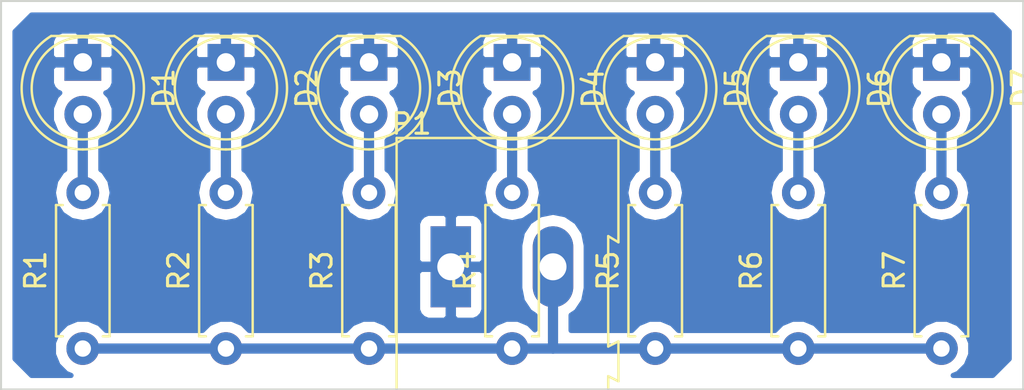
<source format=kicad_pcb>
(kicad_pcb (version 4) (host pcbnew 4.0.5)

  (general
    (links 21)
    (no_connects 0)
    (area 101.150001 82.300001 166.035 109.825)
    (thickness 1.6)
    (drawings 6)
    (tracks 23)
    (zones 0)
    (modules 15)
    (nets 10)
  )

  (page A4)
  (layers
    (0 F.Cu signal hide)
    (31 B.Cu signal)
    (32 B.Adhes user hide)
    (33 F.Adhes user hide)
    (34 B.Paste user hide)
    (35 F.Paste user hide)
    (36 B.SilkS user hide)
    (37 F.SilkS user)
    (38 B.Mask user hide)
    (39 F.Mask user hide)
    (40 Dwgs.User user hide)
    (41 Cmts.User user hide)
    (42 Eco1.User user hide)
    (43 Eco2.User user hide)
    (44 Edge.Cuts user)
    (45 Margin user hide)
    (46 B.CrtYd user hide)
    (47 F.CrtYd user hide)
    (48 B.Fab user hide)
    (49 F.Fab user hide)
  )

  (setup
    (last_trace_width 0.5)
    (trace_clearance 0.2)
    (zone_clearance 0.508)
    (zone_45_only no)
    (trace_min 0.2)
    (segment_width 0.2)
    (edge_width 0.1)
    (via_size 0.6)
    (via_drill 0.4)
    (via_min_size 0.4)
    (via_min_drill 0.3)
    (uvia_size 0.3)
    (uvia_drill 0.1)
    (uvias_allowed no)
    (uvia_min_size 0.2)
    (uvia_min_drill 0.1)
    (pcb_text_width 0.3)
    (pcb_text_size 1.5 1.5)
    (mod_edge_width 0.15)
    (mod_text_size 1 1)
    (mod_text_width 0.15)
    (pad_size 1.5 1.5)
    (pad_drill 0.6)
    (pad_to_mask_clearance 0)
    (aux_axis_origin 0 0)
    (visible_elements FFFFFF7F)
    (pcbplotparams
      (layerselection 0x21020_80000000)
      (usegerberextensions false)
      (excludeedgelayer true)
      (linewidth 0.100000)
      (plotframeref false)
      (viasonmask false)
      (mode 1)
      (useauxorigin false)
      (hpglpennumber 1)
      (hpglpenspeed 20)
      (hpglpendiameter 15)
      (hpglpenoverlay 2)
      (psnegative false)
      (psa4output false)
      (plotreference true)
      (plotvalue true)
      (plotinvisibletext false)
      (padsonsilk false)
      (subtractmaskfromsilk false)
      (outputformat 4)
      (mirror false)
      (drillshape 1)
      (scaleselection 1)
      (outputdirectory ""))
  )

  (net 0 "")
  (net 1 "Net-(D1-Pad1)")
  (net 2 "Net-(D1-Pad2)")
  (net 3 "Net-(D2-Pad2)")
  (net 4 "Net-(D3-Pad2)")
  (net 5 "Net-(D4-Pad2)")
  (net 6 "Net-(D5-Pad2)")
  (net 7 "Net-(D6-Pad2)")
  (net 8 "Net-(D7-Pad2)")
  (net 9 "Net-(P1-Pad2)")

  (net_class Default "This is the default net class."
    (clearance 0.2)
    (trace_width 0.5)
    (via_dia 0.6)
    (via_drill 0.4)
    (uvia_dia 0.3)
    (uvia_drill 0.1)
    (add_net "Net-(D1-Pad1)")
    (add_net "Net-(D1-Pad2)")
    (add_net "Net-(D2-Pad2)")
    (add_net "Net-(D3-Pad2)")
    (add_net "Net-(D4-Pad2)")
    (add_net "Net-(D5-Pad2)")
    (add_net "Net-(D6-Pad2)")
    (add_net "Net-(D7-Pad2)")
    (add_net "Net-(P1-Pad2)")
  )

  (module LEDs:LED_D5.0mm (layer F.Cu) (tedit 587A3A7B) (tstamp 58E43B88)
    (at 119 91 270)
    (descr "LED, diameter 5.0mm, 2 pins, http://cdn-reichelt.de/documents/datenblatt/A500/LL-504BC2E-009.pdf")
    (tags "LED diameter 5.0mm 2 pins")
    (path /58831F3F)
    (fp_text reference D1 (at 1.27 -3.96 270) (layer F.SilkS)
      (effects (font (size 1 1) (thickness 0.15)))
    )
    (fp_text value Test (at 1.27 3.96 270) (layer F.Fab)
      (effects (font (size 1 1) (thickness 0.15)))
    )
    (fp_arc (start 1.27 0) (end -1.23 -1.469694) (angle 299.1) (layer F.Fab) (width 0.1))
    (fp_arc (start 1.27 0) (end -1.29 -1.54483) (angle 148.9) (layer F.SilkS) (width 0.12))
    (fp_arc (start 1.27 0) (end -1.29 1.54483) (angle -148.9) (layer F.SilkS) (width 0.12))
    (fp_circle (center 1.27 0) (end 3.77 0) (layer F.Fab) (width 0.1))
    (fp_circle (center 1.27 0) (end 3.77 0) (layer F.SilkS) (width 0.12))
    (fp_line (start -1.23 -1.469694) (end -1.23 1.469694) (layer F.Fab) (width 0.1))
    (fp_line (start -1.29 -1.545) (end -1.29 1.545) (layer F.SilkS) (width 0.12))
    (fp_line (start -1.95 -3.25) (end -1.95 3.25) (layer F.CrtYd) (width 0.05))
    (fp_line (start -1.95 3.25) (end 4.5 3.25) (layer F.CrtYd) (width 0.05))
    (fp_line (start 4.5 3.25) (end 4.5 -3.25) (layer F.CrtYd) (width 0.05))
    (fp_line (start 4.5 -3.25) (end -1.95 -3.25) (layer F.CrtYd) (width 0.05))
    (pad 1 thru_hole rect (at 0 0 270) (size 1.8 1.8) (drill 0.9) (layers *.Cu *.Mask)
      (net 1 "Net-(D1-Pad1)"))
    (pad 2 thru_hole circle (at 2.54 0 270) (size 1.8 1.8) (drill 0.9) (layers *.Cu *.Mask)
      (net 2 "Net-(D1-Pad2)"))
    (model LEDs.3dshapes/LED_D5.0mm.wrl
      (at (xyz 0 0 0))
      (scale (xyz 0.393701 0.393701 0.393701))
      (rotate (xyz 0 0 0))
    )
  )

  (module LEDs:LED_D5.0mm (layer F.Cu) (tedit 587A3A7B) (tstamp 58E43B99)
    (at 126 91 270)
    (descr "LED, diameter 5.0mm, 2 pins, http://cdn-reichelt.de/documents/datenblatt/A500/LL-504BC2E-009.pdf")
    (tags "LED diameter 5.0mm 2 pins")
    (path /58E3B99B)
    (fp_text reference D2 (at 1.27 -3.96 270) (layer F.SilkS)
      (effects (font (size 1 1) (thickness 0.15)))
    )
    (fp_text value Test (at 1.27 3.96 270) (layer F.Fab)
      (effects (font (size 1 1) (thickness 0.15)))
    )
    (fp_arc (start 1.27 0) (end -1.23 -1.469694) (angle 299.1) (layer F.Fab) (width 0.1))
    (fp_arc (start 1.27 0) (end -1.29 -1.54483) (angle 148.9) (layer F.SilkS) (width 0.12))
    (fp_arc (start 1.27 0) (end -1.29 1.54483) (angle -148.9) (layer F.SilkS) (width 0.12))
    (fp_circle (center 1.27 0) (end 3.77 0) (layer F.Fab) (width 0.1))
    (fp_circle (center 1.27 0) (end 3.77 0) (layer F.SilkS) (width 0.12))
    (fp_line (start -1.23 -1.469694) (end -1.23 1.469694) (layer F.Fab) (width 0.1))
    (fp_line (start -1.29 -1.545) (end -1.29 1.545) (layer F.SilkS) (width 0.12))
    (fp_line (start -1.95 -3.25) (end -1.95 3.25) (layer F.CrtYd) (width 0.05))
    (fp_line (start -1.95 3.25) (end 4.5 3.25) (layer F.CrtYd) (width 0.05))
    (fp_line (start 4.5 3.25) (end 4.5 -3.25) (layer F.CrtYd) (width 0.05))
    (fp_line (start 4.5 -3.25) (end -1.95 -3.25) (layer F.CrtYd) (width 0.05))
    (pad 1 thru_hole rect (at 0 0 270) (size 1.8 1.8) (drill 0.9) (layers *.Cu *.Mask)
      (net 1 "Net-(D1-Pad1)"))
    (pad 2 thru_hole circle (at 2.54 0 270) (size 1.8 1.8) (drill 0.9) (layers *.Cu *.Mask)
      (net 3 "Net-(D2-Pad2)"))
    (model LEDs.3dshapes/LED_D5.0mm.wrl
      (at (xyz 0 0 0))
      (scale (xyz 0.393701 0.393701 0.393701))
      (rotate (xyz 0 0 0))
    )
  )

  (module LEDs:LED_D5.0mm (layer F.Cu) (tedit 587A3A7B) (tstamp 58E43BAA)
    (at 133 91 270)
    (descr "LED, diameter 5.0mm, 2 pins, http://cdn-reichelt.de/documents/datenblatt/A500/LL-504BC2E-009.pdf")
    (tags "LED diameter 5.0mm 2 pins")
    (path /58E3BE0F)
    (fp_text reference D3 (at 1.27 -3.96 270) (layer F.SilkS)
      (effects (font (size 1 1) (thickness 0.15)))
    )
    (fp_text value Test (at 1.27 3.96 270) (layer F.Fab)
      (effects (font (size 1 1) (thickness 0.15)))
    )
    (fp_arc (start 1.27 0) (end -1.23 -1.469694) (angle 299.1) (layer F.Fab) (width 0.1))
    (fp_arc (start 1.27 0) (end -1.29 -1.54483) (angle 148.9) (layer F.SilkS) (width 0.12))
    (fp_arc (start 1.27 0) (end -1.29 1.54483) (angle -148.9) (layer F.SilkS) (width 0.12))
    (fp_circle (center 1.27 0) (end 3.77 0) (layer F.Fab) (width 0.1))
    (fp_circle (center 1.27 0) (end 3.77 0) (layer F.SilkS) (width 0.12))
    (fp_line (start -1.23 -1.469694) (end -1.23 1.469694) (layer F.Fab) (width 0.1))
    (fp_line (start -1.29 -1.545) (end -1.29 1.545) (layer F.SilkS) (width 0.12))
    (fp_line (start -1.95 -3.25) (end -1.95 3.25) (layer F.CrtYd) (width 0.05))
    (fp_line (start -1.95 3.25) (end 4.5 3.25) (layer F.CrtYd) (width 0.05))
    (fp_line (start 4.5 3.25) (end 4.5 -3.25) (layer F.CrtYd) (width 0.05))
    (fp_line (start 4.5 -3.25) (end -1.95 -3.25) (layer F.CrtYd) (width 0.05))
    (pad 1 thru_hole rect (at 0 0 270) (size 1.8 1.8) (drill 0.9) (layers *.Cu *.Mask)
      (net 1 "Net-(D1-Pad1)"))
    (pad 2 thru_hole circle (at 2.54 0 270) (size 1.8 1.8) (drill 0.9) (layers *.Cu *.Mask)
      (net 4 "Net-(D3-Pad2)"))
    (model LEDs.3dshapes/LED_D5.0mm.wrl
      (at (xyz 0 0 0))
      (scale (xyz 0.393701 0.393701 0.393701))
      (rotate (xyz 0 0 0))
    )
  )

  (module LEDs:LED_D5.0mm (layer F.Cu) (tedit 587A3A7B) (tstamp 58E43BBB)
    (at 140 91 270)
    (descr "LED, diameter 5.0mm, 2 pins, http://cdn-reichelt.de/documents/datenblatt/A500/LL-504BC2E-009.pdf")
    (tags "LED diameter 5.0mm 2 pins")
    (path /58E3BE1C)
    (fp_text reference D4 (at 1.27 -3.96 270) (layer F.SilkS)
      (effects (font (size 1 1) (thickness 0.15)))
    )
    (fp_text value Test (at 1.27 3.96 270) (layer F.Fab)
      (effects (font (size 1 1) (thickness 0.15)))
    )
    (fp_arc (start 1.27 0) (end -1.23 -1.469694) (angle 299.1) (layer F.Fab) (width 0.1))
    (fp_arc (start 1.27 0) (end -1.29 -1.54483) (angle 148.9) (layer F.SilkS) (width 0.12))
    (fp_arc (start 1.27 0) (end -1.29 1.54483) (angle -148.9) (layer F.SilkS) (width 0.12))
    (fp_circle (center 1.27 0) (end 3.77 0) (layer F.Fab) (width 0.1))
    (fp_circle (center 1.27 0) (end 3.77 0) (layer F.SilkS) (width 0.12))
    (fp_line (start -1.23 -1.469694) (end -1.23 1.469694) (layer F.Fab) (width 0.1))
    (fp_line (start -1.29 -1.545) (end -1.29 1.545) (layer F.SilkS) (width 0.12))
    (fp_line (start -1.95 -3.25) (end -1.95 3.25) (layer F.CrtYd) (width 0.05))
    (fp_line (start -1.95 3.25) (end 4.5 3.25) (layer F.CrtYd) (width 0.05))
    (fp_line (start 4.5 3.25) (end 4.5 -3.25) (layer F.CrtYd) (width 0.05))
    (fp_line (start 4.5 -3.25) (end -1.95 -3.25) (layer F.CrtYd) (width 0.05))
    (pad 1 thru_hole rect (at 0 0 270) (size 1.8 1.8) (drill 0.9) (layers *.Cu *.Mask)
      (net 1 "Net-(D1-Pad1)"))
    (pad 2 thru_hole circle (at 2.54 0 270) (size 1.8 1.8) (drill 0.9) (layers *.Cu *.Mask)
      (net 5 "Net-(D4-Pad2)"))
    (model LEDs.3dshapes/LED_D5.0mm.wrl
      (at (xyz 0 0 0))
      (scale (xyz 0.393701 0.393701 0.393701))
      (rotate (xyz 0 0 0))
    )
  )

  (module LEDs:LED_D5.0mm (layer F.Cu) (tedit 587A3A7B) (tstamp 58E43BCC)
    (at 147 91 270)
    (descr "LED, diameter 5.0mm, 2 pins, http://cdn-reichelt.de/documents/datenblatt/A500/LL-504BC2E-009.pdf")
    (tags "LED diameter 5.0mm 2 pins")
    (path /58E3C31A)
    (fp_text reference D5 (at 1.27 -3.96 270) (layer F.SilkS)
      (effects (font (size 1 1) (thickness 0.15)))
    )
    (fp_text value Test (at 1.27 3.96 270) (layer F.Fab)
      (effects (font (size 1 1) (thickness 0.15)))
    )
    (fp_arc (start 1.27 0) (end -1.23 -1.469694) (angle 299.1) (layer F.Fab) (width 0.1))
    (fp_arc (start 1.27 0) (end -1.29 -1.54483) (angle 148.9) (layer F.SilkS) (width 0.12))
    (fp_arc (start 1.27 0) (end -1.29 1.54483) (angle -148.9) (layer F.SilkS) (width 0.12))
    (fp_circle (center 1.27 0) (end 3.77 0) (layer F.Fab) (width 0.1))
    (fp_circle (center 1.27 0) (end 3.77 0) (layer F.SilkS) (width 0.12))
    (fp_line (start -1.23 -1.469694) (end -1.23 1.469694) (layer F.Fab) (width 0.1))
    (fp_line (start -1.29 -1.545) (end -1.29 1.545) (layer F.SilkS) (width 0.12))
    (fp_line (start -1.95 -3.25) (end -1.95 3.25) (layer F.CrtYd) (width 0.05))
    (fp_line (start -1.95 3.25) (end 4.5 3.25) (layer F.CrtYd) (width 0.05))
    (fp_line (start 4.5 3.25) (end 4.5 -3.25) (layer F.CrtYd) (width 0.05))
    (fp_line (start 4.5 -3.25) (end -1.95 -3.25) (layer F.CrtYd) (width 0.05))
    (pad 1 thru_hole rect (at 0 0 270) (size 1.8 1.8) (drill 0.9) (layers *.Cu *.Mask)
      (net 1 "Net-(D1-Pad1)"))
    (pad 2 thru_hole circle (at 2.54 0 270) (size 1.8 1.8) (drill 0.9) (layers *.Cu *.Mask)
      (net 6 "Net-(D5-Pad2)"))
    (model LEDs.3dshapes/LED_D5.0mm.wrl
      (at (xyz 0 0 0))
      (scale (xyz 0.393701 0.393701 0.393701))
      (rotate (xyz 0 0 0))
    )
  )

  (module LEDs:LED_D5.0mm (layer F.Cu) (tedit 587A3A7B) (tstamp 58E43BDD)
    (at 154 91 270)
    (descr "LED, diameter 5.0mm, 2 pins, http://cdn-reichelt.de/documents/datenblatt/A500/LL-504BC2E-009.pdf")
    (tags "LED diameter 5.0mm 2 pins")
    (path /58E3C327)
    (fp_text reference D6 (at 1.27 -3.96 270) (layer F.SilkS)
      (effects (font (size 1 1) (thickness 0.15)))
    )
    (fp_text value Test (at 1.27 3.96 270) (layer F.Fab)
      (effects (font (size 1 1) (thickness 0.15)))
    )
    (fp_arc (start 1.27 0) (end -1.23 -1.469694) (angle 299.1) (layer F.Fab) (width 0.1))
    (fp_arc (start 1.27 0) (end -1.29 -1.54483) (angle 148.9) (layer F.SilkS) (width 0.12))
    (fp_arc (start 1.27 0) (end -1.29 1.54483) (angle -148.9) (layer F.SilkS) (width 0.12))
    (fp_circle (center 1.27 0) (end 3.77 0) (layer F.Fab) (width 0.1))
    (fp_circle (center 1.27 0) (end 3.77 0) (layer F.SilkS) (width 0.12))
    (fp_line (start -1.23 -1.469694) (end -1.23 1.469694) (layer F.Fab) (width 0.1))
    (fp_line (start -1.29 -1.545) (end -1.29 1.545) (layer F.SilkS) (width 0.12))
    (fp_line (start -1.95 -3.25) (end -1.95 3.25) (layer F.CrtYd) (width 0.05))
    (fp_line (start -1.95 3.25) (end 4.5 3.25) (layer F.CrtYd) (width 0.05))
    (fp_line (start 4.5 3.25) (end 4.5 -3.25) (layer F.CrtYd) (width 0.05))
    (fp_line (start 4.5 -3.25) (end -1.95 -3.25) (layer F.CrtYd) (width 0.05))
    (pad 1 thru_hole rect (at 0 0 270) (size 1.8 1.8) (drill 0.9) (layers *.Cu *.Mask)
      (net 1 "Net-(D1-Pad1)"))
    (pad 2 thru_hole circle (at 2.54 0 270) (size 1.8 1.8) (drill 0.9) (layers *.Cu *.Mask)
      (net 7 "Net-(D6-Pad2)"))
    (model LEDs.3dshapes/LED_D5.0mm.wrl
      (at (xyz 0 0 0))
      (scale (xyz 0.393701 0.393701 0.393701))
      (rotate (xyz 0 0 0))
    )
  )

  (module LEDs:LED_D5.0mm (layer F.Cu) (tedit 587A3A7B) (tstamp 58E43BEE)
    (at 161 91 270)
    (descr "LED, diameter 5.0mm, 2 pins, http://cdn-reichelt.de/documents/datenblatt/A500/LL-504BC2E-009.pdf")
    (tags "LED diameter 5.0mm 2 pins")
    (path /58E3C334)
    (fp_text reference D7 (at 1.27 -3.96 270) (layer F.SilkS)
      (effects (font (size 1 1) (thickness 0.15)))
    )
    (fp_text value Test (at 1.27 3.96 270) (layer F.Fab)
      (effects (font (size 1 1) (thickness 0.15)))
    )
    (fp_arc (start 1.27 0) (end -1.23 -1.469694) (angle 299.1) (layer F.Fab) (width 0.1))
    (fp_arc (start 1.27 0) (end -1.29 -1.54483) (angle 148.9) (layer F.SilkS) (width 0.12))
    (fp_arc (start 1.27 0) (end -1.29 1.54483) (angle -148.9) (layer F.SilkS) (width 0.12))
    (fp_circle (center 1.27 0) (end 3.77 0) (layer F.Fab) (width 0.1))
    (fp_circle (center 1.27 0) (end 3.77 0) (layer F.SilkS) (width 0.12))
    (fp_line (start -1.23 -1.469694) (end -1.23 1.469694) (layer F.Fab) (width 0.1))
    (fp_line (start -1.29 -1.545) (end -1.29 1.545) (layer F.SilkS) (width 0.12))
    (fp_line (start -1.95 -3.25) (end -1.95 3.25) (layer F.CrtYd) (width 0.05))
    (fp_line (start -1.95 3.25) (end 4.5 3.25) (layer F.CrtYd) (width 0.05))
    (fp_line (start 4.5 3.25) (end 4.5 -3.25) (layer F.CrtYd) (width 0.05))
    (fp_line (start 4.5 -3.25) (end -1.95 -3.25) (layer F.CrtYd) (width 0.05))
    (pad 1 thru_hole rect (at 0 0 270) (size 1.8 1.8) (drill 0.9) (layers *.Cu *.Mask)
      (net 1 "Net-(D1-Pad1)"))
    (pad 2 thru_hole circle (at 2.54 0 270) (size 1.8 1.8) (drill 0.9) (layers *.Cu *.Mask)
      (net 8 "Net-(D7-Pad2)"))
    (model LEDs.3dshapes/LED_D5.0mm.wrl
      (at (xyz 0 0 0))
      (scale (xyz 0.393701 0.393701 0.393701))
      (rotate (xyz 0 0 0))
    )
  )

  (module Connectors:AK300-2 (layer F.Cu) (tedit 587FD45E) (tstamp 58E43C54)
    (at 137 101)
    (descr CONNECTOR)
    (tags CONNECTOR)
    (path /5882DED5)
    (fp_text reference P1 (at -1.92 -6.99) (layer F.SilkS)
      (effects (font (size 1 1) (thickness 0.15)))
    )
    (fp_text value Bat (at 2.78 7.75) (layer F.Fab)
      (effects (font (size 1 1) (thickness 0.15)))
    )
    (fp_line (start -2.65 -6.3) (end -2.65 6.3) (layer F.SilkS) (width 0.12))
    (fp_line (start -2.65 6.3) (end 7.7 6.3) (layer F.SilkS) (width 0.12))
    (fp_line (start 7.7 6.3) (end 7.7 5.35) (layer F.SilkS) (width 0.12))
    (fp_line (start 7.7 5.35) (end 8.2 5.6) (layer F.SilkS) (width 0.12))
    (fp_line (start 8.2 5.6) (end 8.2 3.7) (layer F.SilkS) (width 0.12))
    (fp_line (start 8.2 3.7) (end 8.2 3.65) (layer F.SilkS) (width 0.12))
    (fp_line (start 8.2 3.65) (end 7.7 3.9) (layer F.SilkS) (width 0.12))
    (fp_line (start 7.7 3.9) (end 7.7 -1.5) (layer F.SilkS) (width 0.12))
    (fp_line (start 7.7 -1.5) (end 8.2 -1.2) (layer F.SilkS) (width 0.12))
    (fp_line (start 8.2 -1.2) (end 8.2 -6.3) (layer F.SilkS) (width 0.12))
    (fp_line (start 8.2 -6.3) (end -2.65 -6.3) (layer F.SilkS) (width 0.12))
    (fp_line (start 8.36 -6.47) (end -2.83 -6.47) (layer F.CrtYd) (width 0.05))
    (fp_line (start 8.36 6.47) (end 8.36 -6.47) (layer F.CrtYd) (width 0.05))
    (fp_line (start -2.83 6.47) (end 8.36 6.47) (layer F.CrtYd) (width 0.05))
    (fp_line (start -2.83 -6.47) (end -2.83 6.47) (layer F.CrtYd) (width 0.05))
    (fp_line (start -1.26 2.54) (end 1.28 2.54) (layer F.Fab) (width 0.1))
    (fp_line (start 1.28 2.54) (end 1.28 -0.25) (layer F.Fab) (width 0.1))
    (fp_line (start -1.26 -0.25) (end 1.28 -0.25) (layer F.Fab) (width 0.1))
    (fp_line (start -1.26 2.54) (end -1.26 -0.25) (layer F.Fab) (width 0.1))
    (fp_line (start 3.74 2.54) (end 6.28 2.54) (layer F.Fab) (width 0.1))
    (fp_line (start 6.28 2.54) (end 6.28 -0.25) (layer F.Fab) (width 0.1))
    (fp_line (start 3.74 -0.25) (end 6.28 -0.25) (layer F.Fab) (width 0.1))
    (fp_line (start 3.74 2.54) (end 3.74 -0.25) (layer F.Fab) (width 0.1))
    (fp_line (start 7.61 -6.22) (end 7.61 -3.17) (layer F.Fab) (width 0.1))
    (fp_line (start 7.61 -6.22) (end -2.58 -6.22) (layer F.Fab) (width 0.1))
    (fp_line (start 7.61 -6.22) (end 8.11 -6.22) (layer F.Fab) (width 0.1))
    (fp_line (start 8.11 -6.22) (end 8.11 -1.4) (layer F.Fab) (width 0.1))
    (fp_line (start 8.11 -1.4) (end 7.61 -1.65) (layer F.Fab) (width 0.1))
    (fp_line (start 8.11 5.46) (end 7.61 5.21) (layer F.Fab) (width 0.1))
    (fp_line (start 7.61 5.21) (end 7.61 6.22) (layer F.Fab) (width 0.1))
    (fp_line (start 8.11 3.81) (end 7.61 4.06) (layer F.Fab) (width 0.1))
    (fp_line (start 7.61 4.06) (end 7.61 5.21) (layer F.Fab) (width 0.1))
    (fp_line (start 8.11 3.81) (end 8.11 5.46) (layer F.Fab) (width 0.1))
    (fp_line (start 2.98 6.22) (end 2.98 4.32) (layer F.Fab) (width 0.1))
    (fp_line (start 7.05 -0.25) (end 7.05 4.32) (layer F.Fab) (width 0.1))
    (fp_line (start 2.98 6.22) (end 7.05 6.22) (layer F.Fab) (width 0.1))
    (fp_line (start 7.05 6.22) (end 7.61 6.22) (layer F.Fab) (width 0.1))
    (fp_line (start 2.04 6.22) (end 2.04 4.32) (layer F.Fab) (width 0.1))
    (fp_line (start 2.04 6.22) (end 2.98 6.22) (layer F.Fab) (width 0.1))
    (fp_line (start -2.02 -0.25) (end -2.02 4.32) (layer F.Fab) (width 0.1))
    (fp_line (start -2.58 6.22) (end -2.02 6.22) (layer F.Fab) (width 0.1))
    (fp_line (start -2.02 6.22) (end 2.04 6.22) (layer F.Fab) (width 0.1))
    (fp_line (start 2.98 4.32) (end 7.05 4.32) (layer F.Fab) (width 0.1))
    (fp_line (start 2.98 4.32) (end 2.98 -0.25) (layer F.Fab) (width 0.1))
    (fp_line (start 7.05 4.32) (end 7.05 6.22) (layer F.Fab) (width 0.1))
    (fp_line (start 2.04 4.32) (end -2.02 4.32) (layer F.Fab) (width 0.1))
    (fp_line (start 2.04 4.32) (end 2.04 -0.25) (layer F.Fab) (width 0.1))
    (fp_line (start -2.02 4.32) (end -2.02 6.22) (layer F.Fab) (width 0.1))
    (fp_line (start 6.67 3.68) (end 6.67 0.51) (layer F.Fab) (width 0.1))
    (fp_line (start 6.67 3.68) (end 3.36 3.68) (layer F.Fab) (width 0.1))
    (fp_line (start 3.36 3.68) (end 3.36 0.51) (layer F.Fab) (width 0.1))
    (fp_line (start 1.66 3.68) (end 1.66 0.51) (layer F.Fab) (width 0.1))
    (fp_line (start 1.66 3.68) (end -1.64 3.68) (layer F.Fab) (width 0.1))
    (fp_line (start -1.64 3.68) (end -1.64 0.51) (layer F.Fab) (width 0.1))
    (fp_line (start -1.64 0.51) (end -1.26 0.51) (layer F.Fab) (width 0.1))
    (fp_line (start 1.66 0.51) (end 1.28 0.51) (layer F.Fab) (width 0.1))
    (fp_line (start 3.36 0.51) (end 3.74 0.51) (layer F.Fab) (width 0.1))
    (fp_line (start 6.67 0.51) (end 6.28 0.51) (layer F.Fab) (width 0.1))
    (fp_line (start -2.58 6.22) (end -2.58 -0.64) (layer F.Fab) (width 0.1))
    (fp_line (start -2.58 -0.64) (end -2.58 -3.17) (layer F.Fab) (width 0.1))
    (fp_line (start 7.61 -1.65) (end 7.61 -0.64) (layer F.Fab) (width 0.1))
    (fp_line (start 7.61 -0.64) (end 7.61 4.06) (layer F.Fab) (width 0.1))
    (fp_line (start -2.58 -3.17) (end 7.61 -3.17) (layer F.Fab) (width 0.1))
    (fp_line (start -2.58 -3.17) (end -2.58 -6.22) (layer F.Fab) (width 0.1))
    (fp_line (start 7.61 -3.17) (end 7.61 -1.65) (layer F.Fab) (width 0.1))
    (fp_line (start 2.98 -3.43) (end 2.98 -5.97) (layer F.Fab) (width 0.1))
    (fp_line (start 2.98 -5.97) (end 7.05 -5.97) (layer F.Fab) (width 0.1))
    (fp_line (start 7.05 -5.97) (end 7.05 -3.43) (layer F.Fab) (width 0.1))
    (fp_line (start 7.05 -3.43) (end 2.98 -3.43) (layer F.Fab) (width 0.1))
    (fp_line (start 2.04 -3.43) (end 2.04 -5.97) (layer F.Fab) (width 0.1))
    (fp_line (start 2.04 -3.43) (end -2.02 -3.43) (layer F.Fab) (width 0.1))
    (fp_line (start -2.02 -3.43) (end -2.02 -5.97) (layer F.Fab) (width 0.1))
    (fp_line (start 2.04 -5.97) (end -2.02 -5.97) (layer F.Fab) (width 0.1))
    (fp_line (start 3.39 -4.45) (end 6.44 -5.08) (layer F.Fab) (width 0.1))
    (fp_line (start 3.52 -4.32) (end 6.56 -4.95) (layer F.Fab) (width 0.1))
    (fp_line (start -1.62 -4.45) (end 1.44 -5.08) (layer F.Fab) (width 0.1))
    (fp_line (start -1.49 -4.32) (end 1.56 -4.95) (layer F.Fab) (width 0.1))
    (fp_line (start -2.02 -0.25) (end -1.64 -0.25) (layer F.Fab) (width 0.1))
    (fp_line (start 2.04 -0.25) (end 1.66 -0.25) (layer F.Fab) (width 0.1))
    (fp_line (start 1.66 -0.25) (end -1.64 -0.25) (layer F.Fab) (width 0.1))
    (fp_line (start -2.58 -0.64) (end -1.64 -0.64) (layer F.Fab) (width 0.1))
    (fp_line (start -1.64 -0.64) (end 1.66 -0.64) (layer F.Fab) (width 0.1))
    (fp_line (start 1.66 -0.64) (end 3.36 -0.64) (layer F.Fab) (width 0.1))
    (fp_line (start 7.61 -0.64) (end 6.67 -0.64) (layer F.Fab) (width 0.1))
    (fp_line (start 6.67 -0.64) (end 3.36 -0.64) (layer F.Fab) (width 0.1))
    (fp_line (start 7.05 -0.25) (end 6.67 -0.25) (layer F.Fab) (width 0.1))
    (fp_line (start 2.98 -0.25) (end 3.36 -0.25) (layer F.Fab) (width 0.1))
    (fp_line (start 3.36 -0.25) (end 6.67 -0.25) (layer F.Fab) (width 0.1))
    (fp_arc (start 6.03 -4.59) (end 6.54 -5.05) (angle 90.5) (layer F.Fab) (width 0.1))
    (fp_arc (start 5.07 -6.07) (end 6.53 -4.12) (angle 75.5) (layer F.Fab) (width 0.1))
    (fp_arc (start 4.99 -3.71) (end 3.39 -5) (angle 100) (layer F.Fab) (width 0.1))
    (fp_arc (start 3.87 -4.65) (end 3.58 -4.13) (angle 104.2) (layer F.Fab) (width 0.1))
    (fp_arc (start 1.03 -4.59) (end 1.53 -5.05) (angle 90.5) (layer F.Fab) (width 0.1))
    (fp_arc (start 0.06 -6.07) (end 1.53 -4.12) (angle 75.5) (layer F.Fab) (width 0.1))
    (fp_arc (start -0.01 -3.71) (end -1.62 -5) (angle 100) (layer F.Fab) (width 0.1))
    (fp_arc (start -1.13 -4.65) (end -1.42 -4.13) (angle 104.2) (layer F.Fab) (width 0.1))
    (pad 1 thru_hole rect (at 0 0) (size 1.98 3.96) (drill 1.32) (layers *.Cu F.Paste F.Mask)
      (net 1 "Net-(D1-Pad1)"))
    (pad 2 thru_hole oval (at 5 0) (size 1.98 3.96) (drill 1.32) (layers *.Cu F.Paste F.Mask)
      (net 9 "Net-(P1-Pad2)"))
  )

  (module Resistors_THT:R_Axial_DIN0207_L6.3mm_D2.5mm_P7.62mm_Horizontal (layer F.Cu) (tedit 5874F706) (tstamp 58E43C6A)
    (at 119 105 90)
    (descr "Resistor, Axial_DIN0207 series, Axial, Horizontal, pin pitch=7.62mm, 0.25W = 1/4W, length*diameter=6.3*2.5mm^2, http://cdn-reichelt.de/documents/datenblatt/B400/1_4W%23YAG.pdf")
    (tags "Resistor Axial_DIN0207 series Axial Horizontal pin pitch 7.62mm 0.25W = 1/4W length 6.3mm diameter 2.5mm")
    (path /58831F38)
    (fp_text reference R1 (at 3.81 -2.31 90) (layer F.SilkS)
      (effects (font (size 1 1) (thickness 0.15)))
    )
    (fp_text value 1k (at 3.81 2.31 90) (layer F.Fab)
      (effects (font (size 1 1) (thickness 0.15)))
    )
    (fp_line (start 0.66 -1.25) (end 0.66 1.25) (layer F.Fab) (width 0.1))
    (fp_line (start 0.66 1.25) (end 6.96 1.25) (layer F.Fab) (width 0.1))
    (fp_line (start 6.96 1.25) (end 6.96 -1.25) (layer F.Fab) (width 0.1))
    (fp_line (start 6.96 -1.25) (end 0.66 -1.25) (layer F.Fab) (width 0.1))
    (fp_line (start 0 0) (end 0.66 0) (layer F.Fab) (width 0.1))
    (fp_line (start 7.62 0) (end 6.96 0) (layer F.Fab) (width 0.1))
    (fp_line (start 0.6 -0.98) (end 0.6 -1.31) (layer F.SilkS) (width 0.12))
    (fp_line (start 0.6 -1.31) (end 7.02 -1.31) (layer F.SilkS) (width 0.12))
    (fp_line (start 7.02 -1.31) (end 7.02 -0.98) (layer F.SilkS) (width 0.12))
    (fp_line (start 0.6 0.98) (end 0.6 1.31) (layer F.SilkS) (width 0.12))
    (fp_line (start 0.6 1.31) (end 7.02 1.31) (layer F.SilkS) (width 0.12))
    (fp_line (start 7.02 1.31) (end 7.02 0.98) (layer F.SilkS) (width 0.12))
    (fp_line (start -1.05 -1.6) (end -1.05 1.6) (layer F.CrtYd) (width 0.05))
    (fp_line (start -1.05 1.6) (end 8.7 1.6) (layer F.CrtYd) (width 0.05))
    (fp_line (start 8.7 1.6) (end 8.7 -1.6) (layer F.CrtYd) (width 0.05))
    (fp_line (start 8.7 -1.6) (end -1.05 -1.6) (layer F.CrtYd) (width 0.05))
    (pad 1 thru_hole circle (at 0 0 90) (size 1.6 1.6) (drill 0.8) (layers *.Cu *.Mask)
      (net 9 "Net-(P1-Pad2)"))
    (pad 2 thru_hole oval (at 7.62 0 90) (size 1.6 1.6) (drill 0.8) (layers *.Cu *.Mask)
      (net 2 "Net-(D1-Pad2)"))
    (model Resistors_THT.3dshapes/R_Axial_DIN0207_L6.3mm_D2.5mm_P7.62mm_Horizontal.wrl
      (at (xyz 0 0 0))
      (scale (xyz 0.393701 0.393701 0.393701))
      (rotate (xyz 0 0 0))
    )
  )

  (module Resistors_THT:R_Axial_DIN0207_L6.3mm_D2.5mm_P7.62mm_Horizontal (layer F.Cu) (tedit 5874F706) (tstamp 58E43C80)
    (at 126 105 90)
    (descr "Resistor, Axial_DIN0207 series, Axial, Horizontal, pin pitch=7.62mm, 0.25W = 1/4W, length*diameter=6.3*2.5mm^2, http://cdn-reichelt.de/documents/datenblatt/B400/1_4W%23YAG.pdf")
    (tags "Resistor Axial_DIN0207 series Axial Horizontal pin pitch 7.62mm 0.25W = 1/4W length 6.3mm diameter 2.5mm")
    (path /58E3B995)
    (fp_text reference R2 (at 3.81 -2.31 90) (layer F.SilkS)
      (effects (font (size 1 1) (thickness 0.15)))
    )
    (fp_text value 1k (at 3.81 2.31 90) (layer F.Fab)
      (effects (font (size 1 1) (thickness 0.15)))
    )
    (fp_line (start 0.66 -1.25) (end 0.66 1.25) (layer F.Fab) (width 0.1))
    (fp_line (start 0.66 1.25) (end 6.96 1.25) (layer F.Fab) (width 0.1))
    (fp_line (start 6.96 1.25) (end 6.96 -1.25) (layer F.Fab) (width 0.1))
    (fp_line (start 6.96 -1.25) (end 0.66 -1.25) (layer F.Fab) (width 0.1))
    (fp_line (start 0 0) (end 0.66 0) (layer F.Fab) (width 0.1))
    (fp_line (start 7.62 0) (end 6.96 0) (layer F.Fab) (width 0.1))
    (fp_line (start 0.6 -0.98) (end 0.6 -1.31) (layer F.SilkS) (width 0.12))
    (fp_line (start 0.6 -1.31) (end 7.02 -1.31) (layer F.SilkS) (width 0.12))
    (fp_line (start 7.02 -1.31) (end 7.02 -0.98) (layer F.SilkS) (width 0.12))
    (fp_line (start 0.6 0.98) (end 0.6 1.31) (layer F.SilkS) (width 0.12))
    (fp_line (start 0.6 1.31) (end 7.02 1.31) (layer F.SilkS) (width 0.12))
    (fp_line (start 7.02 1.31) (end 7.02 0.98) (layer F.SilkS) (width 0.12))
    (fp_line (start -1.05 -1.6) (end -1.05 1.6) (layer F.CrtYd) (width 0.05))
    (fp_line (start -1.05 1.6) (end 8.7 1.6) (layer F.CrtYd) (width 0.05))
    (fp_line (start 8.7 1.6) (end 8.7 -1.6) (layer F.CrtYd) (width 0.05))
    (fp_line (start 8.7 -1.6) (end -1.05 -1.6) (layer F.CrtYd) (width 0.05))
    (pad 1 thru_hole circle (at 0 0 90) (size 1.6 1.6) (drill 0.8) (layers *.Cu *.Mask)
      (net 9 "Net-(P1-Pad2)"))
    (pad 2 thru_hole oval (at 7.62 0 90) (size 1.6 1.6) (drill 0.8) (layers *.Cu *.Mask)
      (net 3 "Net-(D2-Pad2)"))
    (model Resistors_THT.3dshapes/R_Axial_DIN0207_L6.3mm_D2.5mm_P7.62mm_Horizontal.wrl
      (at (xyz 0 0 0))
      (scale (xyz 0.393701 0.393701 0.393701))
      (rotate (xyz 0 0 0))
    )
  )

  (module Resistors_THT:R_Axial_DIN0207_L6.3mm_D2.5mm_P7.62mm_Horizontal (layer F.Cu) (tedit 5874F706) (tstamp 58E43C96)
    (at 133 105 90)
    (descr "Resistor, Axial_DIN0207 series, Axial, Horizontal, pin pitch=7.62mm, 0.25W = 1/4W, length*diameter=6.3*2.5mm^2, http://cdn-reichelt.de/documents/datenblatt/B400/1_4W%23YAG.pdf")
    (tags "Resistor Axial_DIN0207 series Axial Horizontal pin pitch 7.62mm 0.25W = 1/4W length 6.3mm diameter 2.5mm")
    (path /58E3BE09)
    (fp_text reference R3 (at 3.81 -2.31 90) (layer F.SilkS)
      (effects (font (size 1 1) (thickness 0.15)))
    )
    (fp_text value 1k (at 3.81 2.31 90) (layer F.Fab)
      (effects (font (size 1 1) (thickness 0.15)))
    )
    (fp_line (start 0.66 -1.25) (end 0.66 1.25) (layer F.Fab) (width 0.1))
    (fp_line (start 0.66 1.25) (end 6.96 1.25) (layer F.Fab) (width 0.1))
    (fp_line (start 6.96 1.25) (end 6.96 -1.25) (layer F.Fab) (width 0.1))
    (fp_line (start 6.96 -1.25) (end 0.66 -1.25) (layer F.Fab) (width 0.1))
    (fp_line (start 0 0) (end 0.66 0) (layer F.Fab) (width 0.1))
    (fp_line (start 7.62 0) (end 6.96 0) (layer F.Fab) (width 0.1))
    (fp_line (start 0.6 -0.98) (end 0.6 -1.31) (layer F.SilkS) (width 0.12))
    (fp_line (start 0.6 -1.31) (end 7.02 -1.31) (layer F.SilkS) (width 0.12))
    (fp_line (start 7.02 -1.31) (end 7.02 -0.98) (layer F.SilkS) (width 0.12))
    (fp_line (start 0.6 0.98) (end 0.6 1.31) (layer F.SilkS) (width 0.12))
    (fp_line (start 0.6 1.31) (end 7.02 1.31) (layer F.SilkS) (width 0.12))
    (fp_line (start 7.02 1.31) (end 7.02 0.98) (layer F.SilkS) (width 0.12))
    (fp_line (start -1.05 -1.6) (end -1.05 1.6) (layer F.CrtYd) (width 0.05))
    (fp_line (start -1.05 1.6) (end 8.7 1.6) (layer F.CrtYd) (width 0.05))
    (fp_line (start 8.7 1.6) (end 8.7 -1.6) (layer F.CrtYd) (width 0.05))
    (fp_line (start 8.7 -1.6) (end -1.05 -1.6) (layer F.CrtYd) (width 0.05))
    (pad 1 thru_hole circle (at 0 0 90) (size 1.6 1.6) (drill 0.8) (layers *.Cu *.Mask)
      (net 9 "Net-(P1-Pad2)"))
    (pad 2 thru_hole oval (at 7.62 0 90) (size 1.6 1.6) (drill 0.8) (layers *.Cu *.Mask)
      (net 4 "Net-(D3-Pad2)"))
    (model Resistors_THT.3dshapes/R_Axial_DIN0207_L6.3mm_D2.5mm_P7.62mm_Horizontal.wrl
      (at (xyz 0 0 0))
      (scale (xyz 0.393701 0.393701 0.393701))
      (rotate (xyz 0 0 0))
    )
  )

  (module Resistors_THT:R_Axial_DIN0207_L6.3mm_D2.5mm_P7.62mm_Horizontal (layer F.Cu) (tedit 5874F706) (tstamp 58E43CAC)
    (at 140 105 90)
    (descr "Resistor, Axial_DIN0207 series, Axial, Horizontal, pin pitch=7.62mm, 0.25W = 1/4W, length*diameter=6.3*2.5mm^2, http://cdn-reichelt.de/documents/datenblatt/B400/1_4W%23YAG.pdf")
    (tags "Resistor Axial_DIN0207 series Axial Horizontal pin pitch 7.62mm 0.25W = 1/4W length 6.3mm diameter 2.5mm")
    (path /58E3BE16)
    (fp_text reference R4 (at 3.81 -2.31 90) (layer F.SilkS)
      (effects (font (size 1 1) (thickness 0.15)))
    )
    (fp_text value 1k (at 3.81 2.31 90) (layer F.Fab)
      (effects (font (size 1 1) (thickness 0.15)))
    )
    (fp_line (start 0.66 -1.25) (end 0.66 1.25) (layer F.Fab) (width 0.1))
    (fp_line (start 0.66 1.25) (end 6.96 1.25) (layer F.Fab) (width 0.1))
    (fp_line (start 6.96 1.25) (end 6.96 -1.25) (layer F.Fab) (width 0.1))
    (fp_line (start 6.96 -1.25) (end 0.66 -1.25) (layer F.Fab) (width 0.1))
    (fp_line (start 0 0) (end 0.66 0) (layer F.Fab) (width 0.1))
    (fp_line (start 7.62 0) (end 6.96 0) (layer F.Fab) (width 0.1))
    (fp_line (start 0.6 -0.98) (end 0.6 -1.31) (layer F.SilkS) (width 0.12))
    (fp_line (start 0.6 -1.31) (end 7.02 -1.31) (layer F.SilkS) (width 0.12))
    (fp_line (start 7.02 -1.31) (end 7.02 -0.98) (layer F.SilkS) (width 0.12))
    (fp_line (start 0.6 0.98) (end 0.6 1.31) (layer F.SilkS) (width 0.12))
    (fp_line (start 0.6 1.31) (end 7.02 1.31) (layer F.SilkS) (width 0.12))
    (fp_line (start 7.02 1.31) (end 7.02 0.98) (layer F.SilkS) (width 0.12))
    (fp_line (start -1.05 -1.6) (end -1.05 1.6) (layer F.CrtYd) (width 0.05))
    (fp_line (start -1.05 1.6) (end 8.7 1.6) (layer F.CrtYd) (width 0.05))
    (fp_line (start 8.7 1.6) (end 8.7 -1.6) (layer F.CrtYd) (width 0.05))
    (fp_line (start 8.7 -1.6) (end -1.05 -1.6) (layer F.CrtYd) (width 0.05))
    (pad 1 thru_hole circle (at 0 0 90) (size 1.6 1.6) (drill 0.8) (layers *.Cu *.Mask)
      (net 9 "Net-(P1-Pad2)"))
    (pad 2 thru_hole oval (at 7.62 0 90) (size 1.6 1.6) (drill 0.8) (layers *.Cu *.Mask)
      (net 5 "Net-(D4-Pad2)"))
    (model Resistors_THT.3dshapes/R_Axial_DIN0207_L6.3mm_D2.5mm_P7.62mm_Horizontal.wrl
      (at (xyz 0 0 0))
      (scale (xyz 0.393701 0.393701 0.393701))
      (rotate (xyz 0 0 0))
    )
  )

  (module Resistors_THT:R_Axial_DIN0207_L6.3mm_D2.5mm_P7.62mm_Horizontal (layer F.Cu) (tedit 5874F706) (tstamp 58E43CC2)
    (at 147 105 90)
    (descr "Resistor, Axial_DIN0207 series, Axial, Horizontal, pin pitch=7.62mm, 0.25W = 1/4W, length*diameter=6.3*2.5mm^2, http://cdn-reichelt.de/documents/datenblatt/B400/1_4W%23YAG.pdf")
    (tags "Resistor Axial_DIN0207 series Axial Horizontal pin pitch 7.62mm 0.25W = 1/4W length 6.3mm diameter 2.5mm")
    (path /58E3C314)
    (fp_text reference R5 (at 3.81 -2.31 90) (layer F.SilkS)
      (effects (font (size 1 1) (thickness 0.15)))
    )
    (fp_text value 1k (at 3.81 2.31 90) (layer F.Fab)
      (effects (font (size 1 1) (thickness 0.15)))
    )
    (fp_line (start 0.66 -1.25) (end 0.66 1.25) (layer F.Fab) (width 0.1))
    (fp_line (start 0.66 1.25) (end 6.96 1.25) (layer F.Fab) (width 0.1))
    (fp_line (start 6.96 1.25) (end 6.96 -1.25) (layer F.Fab) (width 0.1))
    (fp_line (start 6.96 -1.25) (end 0.66 -1.25) (layer F.Fab) (width 0.1))
    (fp_line (start 0 0) (end 0.66 0) (layer F.Fab) (width 0.1))
    (fp_line (start 7.62 0) (end 6.96 0) (layer F.Fab) (width 0.1))
    (fp_line (start 0.6 -0.98) (end 0.6 -1.31) (layer F.SilkS) (width 0.12))
    (fp_line (start 0.6 -1.31) (end 7.02 -1.31) (layer F.SilkS) (width 0.12))
    (fp_line (start 7.02 -1.31) (end 7.02 -0.98) (layer F.SilkS) (width 0.12))
    (fp_line (start 0.6 0.98) (end 0.6 1.31) (layer F.SilkS) (width 0.12))
    (fp_line (start 0.6 1.31) (end 7.02 1.31) (layer F.SilkS) (width 0.12))
    (fp_line (start 7.02 1.31) (end 7.02 0.98) (layer F.SilkS) (width 0.12))
    (fp_line (start -1.05 -1.6) (end -1.05 1.6) (layer F.CrtYd) (width 0.05))
    (fp_line (start -1.05 1.6) (end 8.7 1.6) (layer F.CrtYd) (width 0.05))
    (fp_line (start 8.7 1.6) (end 8.7 -1.6) (layer F.CrtYd) (width 0.05))
    (fp_line (start 8.7 -1.6) (end -1.05 -1.6) (layer F.CrtYd) (width 0.05))
    (pad 1 thru_hole circle (at 0 0 90) (size 1.6 1.6) (drill 0.8) (layers *.Cu *.Mask)
      (net 9 "Net-(P1-Pad2)"))
    (pad 2 thru_hole oval (at 7.62 0 90) (size 1.6 1.6) (drill 0.8) (layers *.Cu *.Mask)
      (net 6 "Net-(D5-Pad2)"))
    (model Resistors_THT.3dshapes/R_Axial_DIN0207_L6.3mm_D2.5mm_P7.62mm_Horizontal.wrl
      (at (xyz 0 0 0))
      (scale (xyz 0.393701 0.393701 0.393701))
      (rotate (xyz 0 0 0))
    )
  )

  (module Resistors_THT:R_Axial_DIN0207_L6.3mm_D2.5mm_P7.62mm_Horizontal (layer F.Cu) (tedit 5874F706) (tstamp 58E43CD8)
    (at 154 105 90)
    (descr "Resistor, Axial_DIN0207 series, Axial, Horizontal, pin pitch=7.62mm, 0.25W = 1/4W, length*diameter=6.3*2.5mm^2, http://cdn-reichelt.de/documents/datenblatt/B400/1_4W%23YAG.pdf")
    (tags "Resistor Axial_DIN0207 series Axial Horizontal pin pitch 7.62mm 0.25W = 1/4W length 6.3mm diameter 2.5mm")
    (path /58E3C321)
    (fp_text reference R6 (at 3.81 -2.31 90) (layer F.SilkS)
      (effects (font (size 1 1) (thickness 0.15)))
    )
    (fp_text value 1k (at 3.81 2.31 90) (layer F.Fab)
      (effects (font (size 1 1) (thickness 0.15)))
    )
    (fp_line (start 0.66 -1.25) (end 0.66 1.25) (layer F.Fab) (width 0.1))
    (fp_line (start 0.66 1.25) (end 6.96 1.25) (layer F.Fab) (width 0.1))
    (fp_line (start 6.96 1.25) (end 6.96 -1.25) (layer F.Fab) (width 0.1))
    (fp_line (start 6.96 -1.25) (end 0.66 -1.25) (layer F.Fab) (width 0.1))
    (fp_line (start 0 0) (end 0.66 0) (layer F.Fab) (width 0.1))
    (fp_line (start 7.62 0) (end 6.96 0) (layer F.Fab) (width 0.1))
    (fp_line (start 0.6 -0.98) (end 0.6 -1.31) (layer F.SilkS) (width 0.12))
    (fp_line (start 0.6 -1.31) (end 7.02 -1.31) (layer F.SilkS) (width 0.12))
    (fp_line (start 7.02 -1.31) (end 7.02 -0.98) (layer F.SilkS) (width 0.12))
    (fp_line (start 0.6 0.98) (end 0.6 1.31) (layer F.SilkS) (width 0.12))
    (fp_line (start 0.6 1.31) (end 7.02 1.31) (layer F.SilkS) (width 0.12))
    (fp_line (start 7.02 1.31) (end 7.02 0.98) (layer F.SilkS) (width 0.12))
    (fp_line (start -1.05 -1.6) (end -1.05 1.6) (layer F.CrtYd) (width 0.05))
    (fp_line (start -1.05 1.6) (end 8.7 1.6) (layer F.CrtYd) (width 0.05))
    (fp_line (start 8.7 1.6) (end 8.7 -1.6) (layer F.CrtYd) (width 0.05))
    (fp_line (start 8.7 -1.6) (end -1.05 -1.6) (layer F.CrtYd) (width 0.05))
    (pad 1 thru_hole circle (at 0 0 90) (size 1.6 1.6) (drill 0.8) (layers *.Cu *.Mask)
      (net 9 "Net-(P1-Pad2)"))
    (pad 2 thru_hole oval (at 7.62 0 90) (size 1.6 1.6) (drill 0.8) (layers *.Cu *.Mask)
      (net 7 "Net-(D6-Pad2)"))
    (model Resistors_THT.3dshapes/R_Axial_DIN0207_L6.3mm_D2.5mm_P7.62mm_Horizontal.wrl
      (at (xyz 0 0 0))
      (scale (xyz 0.393701 0.393701 0.393701))
      (rotate (xyz 0 0 0))
    )
  )

  (module Resistors_THT:R_Axial_DIN0207_L6.3mm_D2.5mm_P7.62mm_Horizontal (layer F.Cu) (tedit 5874F706) (tstamp 58E43CEE)
    (at 161 105 90)
    (descr "Resistor, Axial_DIN0207 series, Axial, Horizontal, pin pitch=7.62mm, 0.25W = 1/4W, length*diameter=6.3*2.5mm^2, http://cdn-reichelt.de/documents/datenblatt/B400/1_4W%23YAG.pdf")
    (tags "Resistor Axial_DIN0207 series Axial Horizontal pin pitch 7.62mm 0.25W = 1/4W length 6.3mm diameter 2.5mm")
    (path /58E3C32E)
    (fp_text reference R7 (at 3.81 -2.31 90) (layer F.SilkS)
      (effects (font (size 1 1) (thickness 0.15)))
    )
    (fp_text value 1k (at 3.81 2.31 90) (layer F.Fab)
      (effects (font (size 1 1) (thickness 0.15)))
    )
    (fp_line (start 0.66 -1.25) (end 0.66 1.25) (layer F.Fab) (width 0.1))
    (fp_line (start 0.66 1.25) (end 6.96 1.25) (layer F.Fab) (width 0.1))
    (fp_line (start 6.96 1.25) (end 6.96 -1.25) (layer F.Fab) (width 0.1))
    (fp_line (start 6.96 -1.25) (end 0.66 -1.25) (layer F.Fab) (width 0.1))
    (fp_line (start 0 0) (end 0.66 0) (layer F.Fab) (width 0.1))
    (fp_line (start 7.62 0) (end 6.96 0) (layer F.Fab) (width 0.1))
    (fp_line (start 0.6 -0.98) (end 0.6 -1.31) (layer F.SilkS) (width 0.12))
    (fp_line (start 0.6 -1.31) (end 7.02 -1.31) (layer F.SilkS) (width 0.12))
    (fp_line (start 7.02 -1.31) (end 7.02 -0.98) (layer F.SilkS) (width 0.12))
    (fp_line (start 0.6 0.98) (end 0.6 1.31) (layer F.SilkS) (width 0.12))
    (fp_line (start 0.6 1.31) (end 7.02 1.31) (layer F.SilkS) (width 0.12))
    (fp_line (start 7.02 1.31) (end 7.02 0.98) (layer F.SilkS) (width 0.12))
    (fp_line (start -1.05 -1.6) (end -1.05 1.6) (layer F.CrtYd) (width 0.05))
    (fp_line (start -1.05 1.6) (end 8.7 1.6) (layer F.CrtYd) (width 0.05))
    (fp_line (start 8.7 1.6) (end 8.7 -1.6) (layer F.CrtYd) (width 0.05))
    (fp_line (start 8.7 -1.6) (end -1.05 -1.6) (layer F.CrtYd) (width 0.05))
    (pad 1 thru_hole circle (at 0 0 90) (size 1.6 1.6) (drill 0.8) (layers *.Cu *.Mask)
      (net 9 "Net-(P1-Pad2)"))
    (pad 2 thru_hole oval (at 7.62 0 90) (size 1.6 1.6) (drill 0.8) (layers *.Cu *.Mask)
      (net 8 "Net-(D7-Pad2)"))
    (model Resistors_THT.3dshapes/R_Axial_DIN0207_L6.3mm_D2.5mm_P7.62mm_Horizontal.wrl
      (at (xyz 0 0 0))
      (scale (xyz 0.393701 0.393701 0.393701))
      (rotate (xyz 0 0 0))
    )
  )

  (dimension 19 (width 0.3) (layer F.Adhes)
    (gr_text "19.000 mm" (at 107.65 97.5 270) (layer F.Adhes)
      (effects (font (size 1.5 1.5) (thickness 0.3)))
    )
    (feature1 (pts (xy 115 107) (xy 106.3 107)))
    (feature2 (pts (xy 115 88) (xy 106.3 88)))
    (crossbar (pts (xy 109 88) (xy 109 107)))
    (arrow1a (pts (xy 109 107) (xy 108.413579 105.873496)))
    (arrow1b (pts (xy 109 107) (xy 109.586421 105.873496)))
    (arrow2a (pts (xy 109 88) (xy 108.413579 89.126504)))
    (arrow2b (pts (xy 109 88) (xy 109.586421 89.126504)))
  )
  (dimension 50 (width 0.3) (layer F.Adhes)
    (gr_text "50.000 mm" (at 140 83.650001) (layer F.Adhes)
      (effects (font (size 1.5 1.5) (thickness 0.3)))
    )
    (feature1 (pts (xy 115 88) (xy 115 82.300001)))
    (feature2 (pts (xy 165 88) (xy 165 82.300001)))
    (crossbar (pts (xy 165 85.000001) (xy 115 85.000001)))
    (arrow1a (pts (xy 115 85.000001) (xy 116.126504 84.41358)))
    (arrow1b (pts (xy 115 85.000001) (xy 116.126504 85.586422)))
    (arrow2a (pts (xy 165 85.000001) (xy 163.873496 84.41358)))
    (arrow2b (pts (xy 165 85.000001) (xy 163.873496 85.586422)))
  )
  (gr_line (start 115 107) (end 115 88) (angle 90) (layer Edge.Cuts) (width 0.1))
  (gr_line (start 165 107) (end 115 107) (angle 90) (layer Edge.Cuts) (width 0.1))
  (gr_line (start 165 88) (end 165 107) (angle 90) (layer Edge.Cuts) (width 0.1))
  (gr_line (start 115 88) (end 165 88) (angle 90) (layer Edge.Cuts) (width 0.1))

  (segment (start 137 101) (end 137 91) (width 0.5) (layer B.Cu) (net 1))
  (segment (start 119 91) (end 126 91) (width 0.5) (layer B.Cu) (net 1))
  (segment (start 126 91) (end 133 91) (width 0.5) (layer B.Cu) (net 1) (tstamp 58E443CF))
  (segment (start 133 91) (end 137 91) (width 0.5) (layer B.Cu) (net 1) (tstamp 58E443D0))
  (segment (start 137 91) (end 140 91) (width 0.5) (layer B.Cu) (net 1) (tstamp 58E44448))
  (segment (start 140 91) (end 147 91) (width 0.5) (layer B.Cu) (net 1) (tstamp 58E443D1))
  (segment (start 147 91) (end 154 91) (width 0.5) (layer B.Cu) (net 1) (tstamp 58E443D3))
  (segment (start 154 91) (end 161 91) (width 0.5) (layer B.Cu) (net 1) (tstamp 58E443D4))
  (segment (start 119 97.38) (end 119 93.54) (width 0.5) (layer B.Cu) (net 2))
  (segment (start 126 97.38) (end 126 93.54) (width 0.5) (layer B.Cu) (net 3))
  (segment (start 133 97.38) (end 133 93.54) (width 0.5) (layer B.Cu) (net 4))
  (segment (start 140 97.38) (end 140 93.54) (width 0.5) (layer B.Cu) (net 5))
  (segment (start 147 97.38) (end 147 93.54) (width 0.5) (layer B.Cu) (net 6))
  (segment (start 154 97.38) (end 154 93.54) (width 0.5) (layer B.Cu) (net 7))
  (segment (start 161 97.38) (end 161 93.54) (width 0.5) (layer B.Cu) (net 8))
  (segment (start 142 101) (end 142 105) (width 0.5) (layer B.Cu) (net 9))
  (segment (start 142 105) (end 147 105) (width 0.5) (layer B.Cu) (net 9) (tstamp 58E44405))
  (segment (start 119 105) (end 126 105) (width 0.5) (layer B.Cu) (net 9))
  (segment (start 126 105) (end 133 105) (width 0.5) (layer B.Cu) (net 9) (tstamp 58E443C2))
  (segment (start 133 105) (end 140 105) (width 0.5) (layer B.Cu) (net 9) (tstamp 58E443C3))
  (segment (start 140 105) (end 142 105) (width 0.5) (layer B.Cu) (net 9) (tstamp 58E443C4))
  (segment (start 147 105) (end 154 105) (width 0.5) (layer B.Cu) (net 9) (tstamp 58E443C6))
  (segment (start 154 105) (end 161 105) (width 0.5) (layer B.Cu) (net 9) (tstamp 58E443C7))

  (zone (net 1) (net_name "Net-(D1-Pad1)") (layer B.Cu) (tstamp 58E44630) (hatch edge 0.508)
    (connect_pads (clearance 0.508))
    (min_thickness 0.254)
    (fill yes (arc_segments 16) (thermal_gap 0.508) (thermal_bridge_width 0.508) (smoothing chamfer) (radius 2))
    (polygon
      (pts
        (xy 165 107) (xy 115 107) (xy 115 88) (xy 165 88)
      )
    )
    (filled_polygon
      (pts
        (xy 164.315 89.494606) (xy 164.315 105.505394) (xy 163.505394 106.315) (xy 161.57521 106.315) (xy 161.8118 106.217243)
        (xy 162.215824 105.813923) (xy 162.43475 105.286691) (xy 162.435248 104.715813) (xy 162.217243 104.1882) (xy 161.813923 103.784176)
        (xy 161.286691 103.56525) (xy 160.715813 103.564752) (xy 160.1882 103.782757) (xy 159.855377 104.115) (xy 155.144171 104.115)
        (xy 154.813923 103.784176) (xy 154.286691 103.56525) (xy 153.715813 103.564752) (xy 153.1882 103.782757) (xy 152.855377 104.115)
        (xy 148.144171 104.115) (xy 147.813923 103.784176) (xy 147.286691 103.56525) (xy 146.715813 103.564752) (xy 146.1882 103.782757)
        (xy 145.855377 104.115) (xy 142.885 104.115) (xy 142.885 103.366712) (xy 143.149049 103.19028) (xy 143.501304 102.663092)
        (xy 143.625 102.041231) (xy 143.625 99.958769) (xy 143.501304 99.336908) (xy 143.149049 98.80972) (xy 142.621861 98.457465)
        (xy 142 98.333769) (xy 141.378139 98.457465) (xy 140.850951 98.80972) (xy 140.498696 99.336908) (xy 140.375 99.958769)
        (xy 140.375 102.041231) (xy 140.498696 102.663092) (xy 140.850951 103.19028) (xy 141.115 103.366712) (xy 141.115 104.085779)
        (xy 140.813923 103.784176) (xy 140.286691 103.56525) (xy 139.715813 103.564752) (xy 139.1882 103.782757) (xy 138.855377 104.115)
        (xy 134.144171 104.115) (xy 133.813923 103.784176) (xy 133.286691 103.56525) (xy 132.715813 103.564752) (xy 132.1882 103.782757)
        (xy 131.855377 104.115) (xy 127.144171 104.115) (xy 126.813923 103.784176) (xy 126.286691 103.56525) (xy 125.715813 103.564752)
        (xy 125.1882 103.782757) (xy 124.855377 104.115) (xy 120.144171 104.115) (xy 119.813923 103.784176) (xy 119.286691 103.56525)
        (xy 118.715813 103.564752) (xy 118.1882 103.782757) (xy 117.784176 104.186077) (xy 117.56525 104.713309) (xy 117.564752 105.284187)
        (xy 117.782757 105.8118) (xy 118.186077 106.215824) (xy 118.424919 106.315) (xy 116.494606 106.315) (xy 115.685 105.505394)
        (xy 115.685 101.28575) (xy 135.375 101.28575) (xy 135.375 103.10631) (xy 135.471673 103.339699) (xy 135.650302 103.518327)
        (xy 135.883691 103.615) (xy 136.71425 103.615) (xy 136.873 103.45625) (xy 136.873 101.127) (xy 137.127 101.127)
        (xy 137.127 103.45625) (xy 137.28575 103.615) (xy 138.116309 103.615) (xy 138.349698 103.518327) (xy 138.528327 103.339699)
        (xy 138.625 103.10631) (xy 138.625 101.28575) (xy 138.46625 101.127) (xy 137.127 101.127) (xy 136.873 101.127)
        (xy 135.53375 101.127) (xy 135.375 101.28575) (xy 115.685 101.28575) (xy 115.685 98.89369) (xy 135.375 98.89369)
        (xy 135.375 100.71425) (xy 135.53375 100.873) (xy 136.873 100.873) (xy 136.873 98.54375) (xy 137.127 98.54375)
        (xy 137.127 100.873) (xy 138.46625 100.873) (xy 138.625 100.71425) (xy 138.625 98.89369) (xy 138.528327 98.660301)
        (xy 138.349698 98.481673) (xy 138.116309 98.385) (xy 137.28575 98.385) (xy 137.127 98.54375) (xy 136.873 98.54375)
        (xy 136.71425 98.385) (xy 135.883691 98.385) (xy 135.650302 98.481673) (xy 135.471673 98.660301) (xy 135.375 98.89369)
        (xy 115.685 98.89369) (xy 115.685 93.843991) (xy 117.464735 93.843991) (xy 117.697932 94.408371) (xy 118.115 94.826169)
        (xy 118.115 96.250527) (xy 117.985302 96.337189) (xy 117.674233 96.802736) (xy 117.565 97.351887) (xy 117.565 97.408113)
        (xy 117.674233 97.957264) (xy 117.985302 98.422811) (xy 118.450849 98.73388) (xy 119 98.843113) (xy 119.549151 98.73388)
        (xy 120.014698 98.422811) (xy 120.325767 97.957264) (xy 120.435 97.408113) (xy 120.435 97.351887) (xy 120.325767 96.802736)
        (xy 120.014698 96.337189) (xy 119.885 96.250527) (xy 119.885 94.825468) (xy 120.300551 94.410643) (xy 120.534733 93.84667)
        (xy 120.534735 93.843991) (xy 124.464735 93.843991) (xy 124.697932 94.408371) (xy 125.115 94.826169) (xy 125.115 96.250527)
        (xy 124.985302 96.337189) (xy 124.674233 96.802736) (xy 124.565 97.351887) (xy 124.565 97.408113) (xy 124.674233 97.957264)
        (xy 124.985302 98.422811) (xy 125.450849 98.73388) (xy 126 98.843113) (xy 126.549151 98.73388) (xy 127.014698 98.422811)
        (xy 127.325767 97.957264) (xy 127.435 97.408113) (xy 127.435 97.351887) (xy 127.325767 96.802736) (xy 127.014698 96.337189)
        (xy 126.885 96.250527) (xy 126.885 94.825468) (xy 127.300551 94.410643) (xy 127.534733 93.84667) (xy 127.534735 93.843991)
        (xy 131.464735 93.843991) (xy 131.697932 94.408371) (xy 132.115 94.826169) (xy 132.115 96.250527) (xy 131.985302 96.337189)
        (xy 131.674233 96.802736) (xy 131.565 97.351887) (xy 131.565 97.408113) (xy 131.674233 97.957264) (xy 131.985302 98.422811)
        (xy 132.450849 98.73388) (xy 133 98.843113) (xy 133.549151 98.73388) (xy 134.014698 98.422811) (xy 134.325767 97.957264)
        (xy 134.435 97.408113) (xy 134.435 97.351887) (xy 134.325767 96.802736) (xy 134.014698 96.337189) (xy 133.885 96.250527)
        (xy 133.885 94.825468) (xy 134.300551 94.410643) (xy 134.534733 93.84667) (xy 134.534735 93.843991) (xy 138.464735 93.843991)
        (xy 138.697932 94.408371) (xy 139.115 94.826169) (xy 139.115 96.250527) (xy 138.985302 96.337189) (xy 138.674233 96.802736)
        (xy 138.565 97.351887) (xy 138.565 97.408113) (xy 138.674233 97.957264) (xy 138.985302 98.422811) (xy 139.450849 98.73388)
        (xy 140 98.843113) (xy 140.549151 98.73388) (xy 141.014698 98.422811) (xy 141.325767 97.957264) (xy 141.435 97.408113)
        (xy 141.435 97.351887) (xy 141.325767 96.802736) (xy 141.014698 96.337189) (xy 140.885 96.250527) (xy 140.885 94.825468)
        (xy 141.300551 94.410643) (xy 141.534733 93.84667) (xy 141.534735 93.843991) (xy 145.464735 93.843991) (xy 145.697932 94.408371)
        (xy 146.115 94.826169) (xy 146.115 96.250527) (xy 145.985302 96.337189) (xy 145.674233 96.802736) (xy 145.565 97.351887)
        (xy 145.565 97.408113) (xy 145.674233 97.957264) (xy 145.985302 98.422811) (xy 146.450849 98.73388) (xy 147 98.843113)
        (xy 147.549151 98.73388) (xy 148.014698 98.422811) (xy 148.325767 97.957264) (xy 148.435 97.408113) (xy 148.435 97.351887)
        (xy 148.325767 96.802736) (xy 148.014698 96.337189) (xy 147.885 96.250527) (xy 147.885 94.825468) (xy 148.300551 94.410643)
        (xy 148.534733 93.84667) (xy 148.534735 93.843991) (xy 152.464735 93.843991) (xy 152.697932 94.408371) (xy 153.115 94.826169)
        (xy 153.115 96.250527) (xy 152.985302 96.337189) (xy 152.674233 96.802736) (xy 152.565 97.351887) (xy 152.565 97.408113)
        (xy 152.674233 97.957264) (xy 152.985302 98.422811) (xy 153.450849 98.73388) (xy 154 98.843113) (xy 154.549151 98.73388)
        (xy 155.014698 98.422811) (xy 155.325767 97.957264) (xy 155.435 97.408113) (xy 155.435 97.351887) (xy 155.325767 96.802736)
        (xy 155.014698 96.337189) (xy 154.885 96.250527) (xy 154.885 94.825468) (xy 155.300551 94.410643) (xy 155.534733 93.84667)
        (xy 155.534735 93.843991) (xy 159.464735 93.843991) (xy 159.697932 94.408371) (xy 160.115 94.826169) (xy 160.115 96.250527)
        (xy 159.985302 96.337189) (xy 159.674233 96.802736) (xy 159.565 97.351887) (xy 159.565 97.408113) (xy 159.674233 97.957264)
        (xy 159.985302 98.422811) (xy 160.450849 98.73388) (xy 161 98.843113) (xy 161.549151 98.73388) (xy 162.014698 98.422811)
        (xy 162.325767 97.957264) (xy 162.435 97.408113) (xy 162.435 97.351887) (xy 162.325767 96.802736) (xy 162.014698 96.337189)
        (xy 161.885 96.250527) (xy 161.885 94.825468) (xy 162.300551 94.410643) (xy 162.534733 93.84667) (xy 162.535265 93.236009)
        (xy 162.302068 92.671629) (xy 162.124908 92.494159) (xy 162.259699 92.438327) (xy 162.438327 92.259698) (xy 162.535 92.026309)
        (xy 162.535 91.28575) (xy 162.37625 91.127) (xy 161.127 91.127) (xy 161.127 91.147) (xy 160.873 91.147)
        (xy 160.873 91.127) (xy 159.62375 91.127) (xy 159.465 91.28575) (xy 159.465 92.026309) (xy 159.561673 92.259698)
        (xy 159.740301 92.438327) (xy 159.874994 92.494119) (xy 159.699449 92.669357) (xy 159.465267 93.23333) (xy 159.464735 93.843991)
        (xy 155.534735 93.843991) (xy 155.535265 93.236009) (xy 155.302068 92.671629) (xy 155.124908 92.494159) (xy 155.259699 92.438327)
        (xy 155.438327 92.259698) (xy 155.535 92.026309) (xy 155.535 91.28575) (xy 155.37625 91.127) (xy 154.127 91.127)
        (xy 154.127 91.147) (xy 153.873 91.147) (xy 153.873 91.127) (xy 152.62375 91.127) (xy 152.465 91.28575)
        (xy 152.465 92.026309) (xy 152.561673 92.259698) (xy 152.740301 92.438327) (xy 152.874994 92.494119) (xy 152.699449 92.669357)
        (xy 152.465267 93.23333) (xy 152.464735 93.843991) (xy 148.534735 93.843991) (xy 148.535265 93.236009) (xy 148.302068 92.671629)
        (xy 148.124908 92.494159) (xy 148.259699 92.438327) (xy 148.438327 92.259698) (xy 148.535 92.026309) (xy 148.535 91.28575)
        (xy 148.37625 91.127) (xy 147.127 91.127) (xy 147.127 91.147) (xy 146.873 91.147) (xy 146.873 91.127)
        (xy 145.62375 91.127) (xy 145.465 91.28575) (xy 145.465 92.026309) (xy 145.561673 92.259698) (xy 145.740301 92.438327)
        (xy 145.874994 92.494119) (xy 145.699449 92.669357) (xy 145.465267 93.23333) (xy 145.464735 93.843991) (xy 141.534735 93.843991)
        (xy 141.535265 93.236009) (xy 141.302068 92.671629) (xy 141.124908 92.494159) (xy 141.259699 92.438327) (xy 141.438327 92.259698)
        (xy 141.535 92.026309) (xy 141.535 91.28575) (xy 141.37625 91.127) (xy 140.127 91.127) (xy 140.127 91.147)
        (xy 139.873 91.147) (xy 139.873 91.127) (xy 138.62375 91.127) (xy 138.465 91.28575) (xy 138.465 92.026309)
        (xy 138.561673 92.259698) (xy 138.740301 92.438327) (xy 138.874994 92.494119) (xy 138.699449 92.669357) (xy 138.465267 93.23333)
        (xy 138.464735 93.843991) (xy 134.534735 93.843991) (xy 134.535265 93.236009) (xy 134.302068 92.671629) (xy 134.124908 92.494159)
        (xy 134.259699 92.438327) (xy 134.438327 92.259698) (xy 134.535 92.026309) (xy 134.535 91.28575) (xy 134.37625 91.127)
        (xy 133.127 91.127) (xy 133.127 91.147) (xy 132.873 91.147) (xy 132.873 91.127) (xy 131.62375 91.127)
        (xy 131.465 91.28575) (xy 131.465 92.026309) (xy 131.561673 92.259698) (xy 131.740301 92.438327) (xy 131.874994 92.494119)
        (xy 131.699449 92.669357) (xy 131.465267 93.23333) (xy 131.464735 93.843991) (xy 127.534735 93.843991) (xy 127.535265 93.236009)
        (xy 127.302068 92.671629) (xy 127.124908 92.494159) (xy 127.259699 92.438327) (xy 127.438327 92.259698) (xy 127.535 92.026309)
        (xy 127.535 91.28575) (xy 127.37625 91.127) (xy 126.127 91.127) (xy 126.127 91.147) (xy 125.873 91.147)
        (xy 125.873 91.127) (xy 124.62375 91.127) (xy 124.465 91.28575) (xy 124.465 92.026309) (xy 124.561673 92.259698)
        (xy 124.740301 92.438327) (xy 124.874994 92.494119) (xy 124.699449 92.669357) (xy 124.465267 93.23333) (xy 124.464735 93.843991)
        (xy 120.534735 93.843991) (xy 120.535265 93.236009) (xy 120.302068 92.671629) (xy 120.124908 92.494159) (xy 120.259699 92.438327)
        (xy 120.438327 92.259698) (xy 120.535 92.026309) (xy 120.535 91.28575) (xy 120.37625 91.127) (xy 119.127 91.127)
        (xy 119.127 91.147) (xy 118.873 91.147) (xy 118.873 91.127) (xy 117.62375 91.127) (xy 117.465 91.28575)
        (xy 117.465 92.026309) (xy 117.561673 92.259698) (xy 117.740301 92.438327) (xy 117.874994 92.494119) (xy 117.699449 92.669357)
        (xy 117.465267 93.23333) (xy 117.464735 93.843991) (xy 115.685 93.843991) (xy 115.685 89.973691) (xy 117.465 89.973691)
        (xy 117.465 90.71425) (xy 117.62375 90.873) (xy 118.873 90.873) (xy 118.873 89.62375) (xy 119.127 89.62375)
        (xy 119.127 90.873) (xy 120.37625 90.873) (xy 120.535 90.71425) (xy 120.535 89.973691) (xy 124.465 89.973691)
        (xy 124.465 90.71425) (xy 124.62375 90.873) (xy 125.873 90.873) (xy 125.873 89.62375) (xy 126.127 89.62375)
        (xy 126.127 90.873) (xy 127.37625 90.873) (xy 127.535 90.71425) (xy 127.535 89.973691) (xy 131.465 89.973691)
        (xy 131.465 90.71425) (xy 131.62375 90.873) (xy 132.873 90.873) (xy 132.873 89.62375) (xy 133.127 89.62375)
        (xy 133.127 90.873) (xy 134.37625 90.873) (xy 134.535 90.71425) (xy 134.535 89.973691) (xy 138.465 89.973691)
        (xy 138.465 90.71425) (xy 138.62375 90.873) (xy 139.873 90.873) (xy 139.873 89.62375) (xy 140.127 89.62375)
        (xy 140.127 90.873) (xy 141.37625 90.873) (xy 141.535 90.71425) (xy 141.535 89.973691) (xy 145.465 89.973691)
        (xy 145.465 90.71425) (xy 145.62375 90.873) (xy 146.873 90.873) (xy 146.873 89.62375) (xy 147.127 89.62375)
        (xy 147.127 90.873) (xy 148.37625 90.873) (xy 148.535 90.71425) (xy 148.535 89.973691) (xy 152.465 89.973691)
        (xy 152.465 90.71425) (xy 152.62375 90.873) (xy 153.873 90.873) (xy 153.873 89.62375) (xy 154.127 89.62375)
        (xy 154.127 90.873) (xy 155.37625 90.873) (xy 155.535 90.71425) (xy 155.535 89.973691) (xy 159.465 89.973691)
        (xy 159.465 90.71425) (xy 159.62375 90.873) (xy 160.873 90.873) (xy 160.873 89.62375) (xy 161.127 89.62375)
        (xy 161.127 90.873) (xy 162.37625 90.873) (xy 162.535 90.71425) (xy 162.535 89.973691) (xy 162.438327 89.740302)
        (xy 162.259699 89.561673) (xy 162.02631 89.465) (xy 161.28575 89.465) (xy 161.127 89.62375) (xy 160.873 89.62375)
        (xy 160.71425 89.465) (xy 159.97369 89.465) (xy 159.740301 89.561673) (xy 159.561673 89.740302) (xy 159.465 89.973691)
        (xy 155.535 89.973691) (xy 155.438327 89.740302) (xy 155.259699 89.561673) (xy 155.02631 89.465) (xy 154.28575 89.465)
        (xy 154.127 89.62375) (xy 153.873 89.62375) (xy 153.71425 89.465) (xy 152.97369 89.465) (xy 152.740301 89.561673)
        (xy 152.561673 89.740302) (xy 152.465 89.973691) (xy 148.535 89.973691) (xy 148.438327 89.740302) (xy 148.259699 89.561673)
        (xy 148.02631 89.465) (xy 147.28575 89.465) (xy 147.127 89.62375) (xy 146.873 89.62375) (xy 146.71425 89.465)
        (xy 145.97369 89.465) (xy 145.740301 89.561673) (xy 145.561673 89.740302) (xy 145.465 89.973691) (xy 141.535 89.973691)
        (xy 141.438327 89.740302) (xy 141.259699 89.561673) (xy 141.02631 89.465) (xy 140.28575 89.465) (xy 140.127 89.62375)
        (xy 139.873 89.62375) (xy 139.71425 89.465) (xy 138.97369 89.465) (xy 138.740301 89.561673) (xy 138.561673 89.740302)
        (xy 138.465 89.973691) (xy 134.535 89.973691) (xy 134.438327 89.740302) (xy 134.259699 89.561673) (xy 134.02631 89.465)
        (xy 133.28575 89.465) (xy 133.127 89.62375) (xy 132.873 89.62375) (xy 132.71425 89.465) (xy 131.97369 89.465)
        (xy 131.740301 89.561673) (xy 131.561673 89.740302) (xy 131.465 89.973691) (xy 127.535 89.973691) (xy 127.438327 89.740302)
        (xy 127.259699 89.561673) (xy 127.02631 89.465) (xy 126.28575 89.465) (xy 126.127 89.62375) (xy 125.873 89.62375)
        (xy 125.71425 89.465) (xy 124.97369 89.465) (xy 124.740301 89.561673) (xy 124.561673 89.740302) (xy 124.465 89.973691)
        (xy 120.535 89.973691) (xy 120.438327 89.740302) (xy 120.259699 89.561673) (xy 120.02631 89.465) (xy 119.28575 89.465)
        (xy 119.127 89.62375) (xy 118.873 89.62375) (xy 118.71425 89.465) (xy 117.97369 89.465) (xy 117.740301 89.561673)
        (xy 117.561673 89.740302) (xy 117.465 89.973691) (xy 115.685 89.973691) (xy 115.685 89.494606) (xy 116.494606 88.685)
        (xy 163.505394 88.685)
      )
    )
  )
)

</source>
